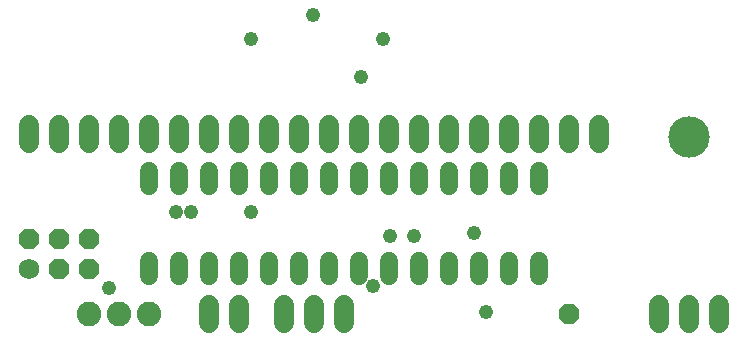
<source format=gbs>
G75*
G70*
%OFA0B0*%
%FSLAX24Y24*%
%IPPOS*%
%LPD*%
%AMOC8*
5,1,8,0,0,1.08239X$1,22.5*
%
%ADD10C,0.0680*%
%ADD11C,0.1380*%
%ADD12C,0.0600*%
%ADD13C,0.0820*%
%ADD14C,0.0680*%
%ADD15OC8,0.0680*%
%ADD16C,0.0480*%
D10*
X008109Y002303D02*
X008109Y002903D01*
X009109Y002903D02*
X009109Y002303D01*
X010609Y002303D02*
X010609Y002903D01*
X011609Y002903D02*
X011609Y002303D01*
X012609Y002303D02*
X012609Y002903D01*
X013109Y008303D02*
X013109Y008903D01*
X014109Y008903D02*
X014109Y008303D01*
X015109Y008303D02*
X015109Y008903D01*
X016109Y008903D02*
X016109Y008303D01*
X017109Y008303D02*
X017109Y008903D01*
X018109Y008903D02*
X018109Y008303D01*
X019109Y008303D02*
X019109Y008903D01*
X020109Y008903D02*
X020109Y008303D01*
X021109Y008303D02*
X021109Y008903D01*
X012109Y008903D02*
X012109Y008303D01*
X011109Y008303D02*
X011109Y008903D01*
X010109Y008903D02*
X010109Y008303D01*
X009109Y008303D02*
X009109Y008903D01*
X008109Y008903D02*
X008109Y008303D01*
X007109Y008303D02*
X007109Y008903D01*
X006109Y008903D02*
X006109Y008303D01*
X005109Y008303D02*
X005109Y008903D01*
X004109Y008903D02*
X004109Y008303D01*
X003109Y008303D02*
X003109Y008903D01*
X002109Y008903D02*
X002109Y008303D01*
X023109Y002903D02*
X023109Y002303D01*
X024109Y002303D02*
X024109Y002903D01*
X025109Y002903D02*
X025109Y002303D01*
D11*
X024109Y008503D03*
D12*
X019109Y007363D02*
X019109Y006843D01*
X018109Y006843D02*
X018109Y007363D01*
X017109Y007363D02*
X017109Y006843D01*
X016109Y006843D02*
X016109Y007363D01*
X015109Y007363D02*
X015109Y006843D01*
X014109Y006843D02*
X014109Y007363D01*
X013109Y007363D02*
X013109Y006843D01*
X012109Y006843D02*
X012109Y007363D01*
X011109Y007363D02*
X011109Y006843D01*
X010109Y006843D02*
X010109Y007363D01*
X009109Y007363D02*
X009109Y006843D01*
X008109Y006843D02*
X008109Y007363D01*
X007109Y007363D02*
X007109Y006843D01*
X006109Y006843D02*
X006109Y007363D01*
X006109Y004363D02*
X006109Y003843D01*
X007109Y003843D02*
X007109Y004363D01*
X008109Y004363D02*
X008109Y003843D01*
X009109Y003843D02*
X009109Y004363D01*
X010109Y004363D02*
X010109Y003843D01*
X011109Y003843D02*
X011109Y004363D01*
X012109Y004363D02*
X012109Y003843D01*
X013109Y003843D02*
X013109Y004363D01*
X014109Y004363D02*
X014109Y003843D01*
X015109Y003843D02*
X015109Y004363D01*
X016109Y004363D02*
X016109Y003843D01*
X017109Y003843D02*
X017109Y004363D01*
X018109Y004363D02*
X018109Y003843D01*
X019109Y003843D02*
X019109Y004363D01*
D13*
X004109Y002603D03*
X005109Y002603D03*
X006109Y002603D03*
D14*
X002109Y004103D03*
D15*
X003109Y004103D03*
X004109Y004103D03*
X004109Y005103D03*
X003109Y005103D03*
X002109Y005103D03*
X020109Y002603D03*
D16*
X017349Y002643D03*
X013589Y003523D03*
X014149Y005203D03*
X014949Y005203D03*
X016949Y005283D03*
X009509Y006003D03*
X007509Y006003D03*
X007029Y006003D03*
X004789Y003443D03*
X013189Y010483D03*
X013909Y011763D03*
X011589Y012563D03*
X009509Y011763D03*
M02*

</source>
